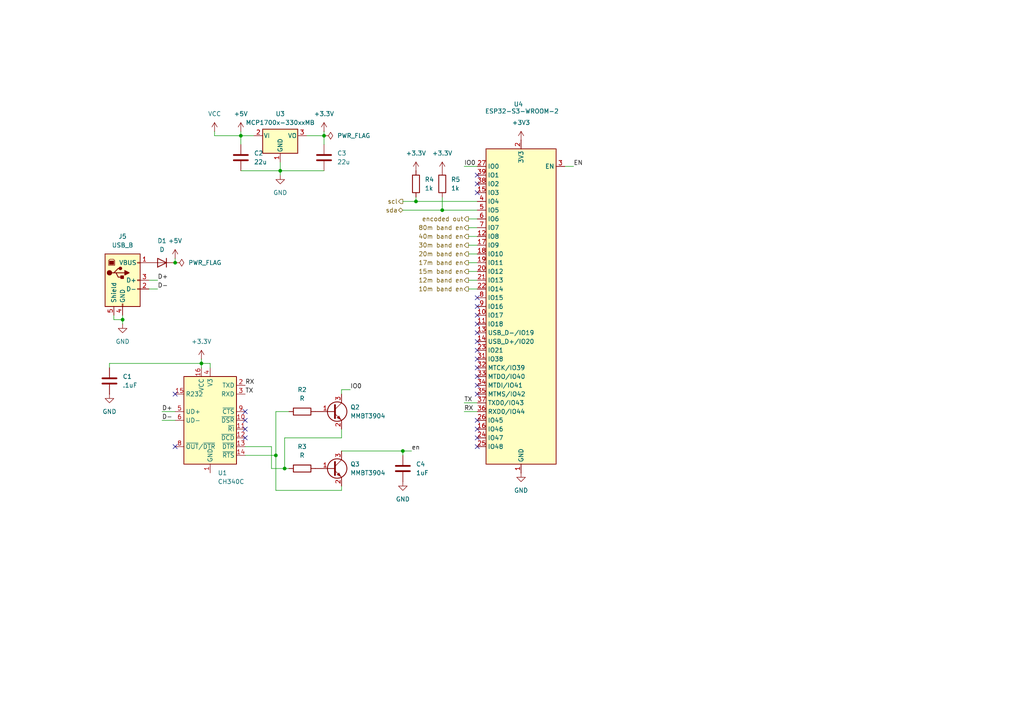
<source format=kicad_sch>
(kicad_sch (version 20231120) (generator "eeschema") (generator_version "8.0")
  (paper "A4")
  (lib_symbols
    (symbol "Connector:USB_B" (pin_names (offset 1.016))
      (property "Reference" "J" (at -5.08 11.43 0))
      (property "Value" "USB_B" (at -5.08 8.89 0))
      (symbol "USB_B_0_1"
        (rectangle (start -5.08 -7.62) (end 5.08 7.62) (stroke (width 0.254)) (fill (type background)))
        (circle (center -3.81 2.159) (radius 0.635) (stroke (width 0.254)) (fill (type outline)))
        (rectangle (start -3.81 5.588) (end -2.54 4.572) (fill (type outline)))
        (circle (center -0.635 3.429) (radius 0.381) (stroke (width 0.254)) (fill (type outline)))
        (rectangle (start -0.127 -7.62) (end 0.127 -6.858))
        (polyline (pts (xy -1.905 2.159) (xy 0.635 2.159)) (stroke (width 0.254)))
        (polyline (pts (xy -3.175 2.159) (xy -2.54 2.159) (xy -1.27 3.429) (xy -0.635 3.429)) (stroke (width 0.254)))
        (polyline (pts (xy -2.54 2.159) (xy -1.905 2.159) (xy -1.27 0.889) (xy 0 0.889)) (stroke (width 0.254)))
        (polyline (pts (xy 0.635 2.794) (xy 0.635 1.524) (xy 1.905 2.159) (xy 0.635 2.794)) (stroke (width 0.254)) (fill (type outline)))
        (polyline (pts (xy -4.064 4.318) (xy -2.286 4.318) (xy -2.286 5.715) (xy -2.667 6.096) (xy -3.683 6.096) (xy -4.064 5.715) (xy -4.064 4.318)))
        (rectangle (start 0.254 1.27) (end -0.508 0.508) (stroke (width 0.254)) (fill (type outline)))
        (rectangle (start 5.08 -2.667) (end 4.318 -2.413))
        (rectangle (start 5.08 -0.127) (end 4.318 0.127))
        (rectangle (start 5.08 4.953) (end 4.318 5.207))
      )
      (symbol "USB_B_1_1"
        (pin power_out line (at 7.62 5.08 180) (length 2.54) (name "VBUS") (number "1"))
        (pin bidirectional line (at 7.62 -2.54 180) (length 2.54) (name "D-") (number "2"))
        (pin bidirectional line (at 7.62 0 180) (length 2.54) (name "D+") (number "3"))
        (pin power_out line (at 0 -10.16 90) (length 2.54) (name "GND") (number "4"))
        (pin passive line (at -2.54 -10.16 90) (length 2.54) (name "Shield") (number "5"))
      )
    )
    (symbol "Device:C" (pin_numbers hide) (pin_names (offset 0.254))
      (property "Reference" "C" (at 0.635 2.54 0))
      (property "Value" "C" (at 0.635 -2.54 0))
      (symbol "C_0_1"
        (polyline (pts (xy -2.032 -0.762) (xy 2.032 -0.762)) (stroke (width 0.508)))
        (polyline (pts (xy -2.032 0.762) (xy 2.032 0.762)) (stroke (width 0.508)))
      )
      (symbol "C_1_1"
        (pin passive line (at 0 3.81 270) (length 2.794) (name "~") (number "1"))
        (pin passive line (at 0 -3.81 90) (length 2.794) (name "~") (number "2"))
      )
    )
    (symbol "Device:D" (pin_numbers hide) (pin_names (offset 1.016) hide)
      (property "Reference" "D" (at 0 2.54 0))
      (property "Value" "D" (at 0 -2.54 0))
      (symbol "D_0_1"
        (polyline (pts (xy -1.27 1.27) (xy -1.27 -1.27)) (stroke (width 0.254)))
        (polyline (pts (xy 1.27 0) (xy -1.27 0)))
        (polyline (pts (xy 1.27 1.27) (xy 1.27 -1.27) (xy -1.27 0) (xy 1.27 1.27)) (stroke (width 0.254)))
      )
      (symbol "D_1_1"
        (pin passive line (at -3.81 0 0) (length 2.54) (name "K") (number "1"))
        (pin passive line (at 3.81 0 180) (length 2.54) (name "A") (number "2"))
      )
    )
    (symbol "Device:R" (pin_numbers hide) (pin_names (offset 0))
      (property "Reference" "R" (at 2.032 0 90))
      (property "Value" "R" (at 0 0 90))
      (symbol "R_0_1"
        (rectangle (start -1.016 -2.54) (end 1.016 2.54) (stroke (width 0.254)))
      )
      (symbol "R_1_1"
        (pin passive line (at 0 3.81 270) (length 1.27) (name "~") (number "1"))
        (pin passive line (at 0 -3.81 90) (length 1.27) (name "~") (number "2"))
      )
    )
    (symbol "Interface_USB:CH340C"
      (property "Reference" "U" (at -5.08 13.97 0))
      (property "Value" "CH340C" (at 1.27 13.97 0))
      (symbol "CH340C_0_1"
        (rectangle (start -7.62 12.7) (end 7.62 -12.7) (stroke (width 0.254)) (fill (type background)))
      )
      (symbol "CH340C_1_1"
        (pin power_in line (at 0 -15.24 90) (length 2.54) (name "GND") (number "1"))
        (pin input line (at 10.16 0 180) (length 2.54) (name "~{DSR}") (number "10"))
        (pin input line (at 10.16 -2.54 180) (length 2.54) (name "~{RI}") (number "11"))
        (pin input line (at 10.16 -5.08 180) (length 2.54) (name "~{DCD}") (number "12"))
        (pin output line (at 10.16 -7.62 180) (length 2.54) (name "~{DTR}") (number "13"))
        (pin output line (at 10.16 -10.16 180) (length 2.54) (name "~{RTS}") (number "14"))
        (pin input line (at -10.16 7.62 0) (length 2.54) (name "R232") (number "15"))
        (pin power_in line (at -2.54 15.24 270) (length 2.54) (name "VCC") (number "16"))
        (pin output line (at 10.16 10.16 180) (length 2.54) (name "TXD") (number "2"))
        (pin input line (at 10.16 7.62 180) (length 2.54) (name "RXD") (number "3"))
        (pin power_out line (at 0 15.24 270) (length 2.54) (name "V3") (number "4"))
        (pin bidirectional line (at -10.16 2.54 0) (length 2.54) (name "UD+") (number "5"))
        (pin bidirectional line (at -10.16 0 0) (length 2.54) (name "UD-") (number "6"))
        (pin no_connect line (at -7.62 -5.08 0) (length 2.54) hide (name "NC") (number "7"))
        (pin output line (at -10.16 -7.62 0) (length 2.54) (name "~{OUT}/~{DTR}") (number "8"))
        (pin input line (at 10.16 2.54 180) (length 2.54) (name "~{CTS}") (number "9"))
      )
    )
    (symbol "RF_Module:ESP32-S3-WROOM-2"
      (property "Reference" "U" (at -10.16 45.72 0))
      (property "Value" "ESP32-S3-WROOM-2" (at 2.54 45.72 0))
      (symbol "ESP32-S3-WROOM-2_0_1"
        (rectangle (start -10.16 45.72) (end 10.16 -45.72) (stroke (width 0.254)) (fill (type background)))
      )
      (symbol "ESP32-S3-WROOM-2_1_1"
        (pin power_in line (at 0 -48.26 90) (length 2.54) (name "GND") (number "1"))
        (pin bidirectional line (at 12.7 -2.54 180) (length 2.54) (name "IO17") (number "10"))
        (pin bidirectional line (at 12.7 -5.08 180) (length 2.54) (name "IO18") (number "11"))
        (pin bidirectional line (at 12.7 20.32 180) (length 2.54) (name "IO8") (number "12"))
        (pin bidirectional line (at 12.7 -7.62 180) (length 2.54) (name "USB_D-/IO19") (number "13"))
        (pin bidirectional line (at 12.7 -10.16 180) (length 2.54) (name "USB_D+/IO20") (number "14"))
        (pin bidirectional line (at 12.7 33.02 180) (length 2.54) (name "IO3") (number "15"))
        (pin bidirectional line (at 12.7 -35.56 180) (length 2.54) (name "IO46") (number "16"))
        (pin bidirectional line (at 12.7 17.78 180) (length 2.54) (name "IO9") (number "17"))
        (pin bidirectional line (at 12.7 15.24 180) (length 2.54) (name "IO10") (number "18"))
        (pin bidirectional line (at 12.7 12.7 180) (length 2.54) (name "IO11") (number "19"))
        (pin power_in line (at 0 48.26 270) (length 2.54) (name "3V3") (number "2"))
        (pin bidirectional line (at 12.7 10.16 180) (length 2.54) (name "IO12") (number "20"))
        (pin bidirectional line (at 12.7 7.62 180) (length 2.54) (name "IO13") (number "21"))
        (pin bidirectional line (at 12.7 5.08 180) (length 2.54) (name "IO14") (number "22"))
        (pin bidirectional line (at 12.7 -12.7 180) (length 2.54) (name "IO21") (number "23"))
        (pin bidirectional line (at 12.7 -38.1 180) (length 2.54) (name "IO47") (number "24"))
        (pin bidirectional line (at 12.7 -40.64 180) (length 2.54) (name "IO48") (number "25"))
        (pin bidirectional line (at 12.7 -33.02 180) (length 2.54) (name "IO45") (number "26"))
        (pin bidirectional line (at 12.7 40.64 180) (length 2.54) (name "IO0") (number "27"))
        (pin no_connect line (at -10.16 -35.56 0) (length 2.54) hide (name "NC") (number "28"))
        (pin no_connect line (at -10.16 -38.1 0) (length 2.54) hide (name "NC") (number "29"))
        (pin input line (at -12.7 40.64 0) (length 2.54) (name "EN") (number "3"))
        (pin no_connect line (at -10.16 -40.64 0) (length 2.54) hide (name "NC") (number "30"))
        (pin bidirectional line (at 12.7 -15.24 180) (length 2.54) (name "IO38") (number "31"))
        (pin bidirectional line (at 12.7 -17.78 180) (length 2.54) (name "MTCK/IO39") (number "32"))
        (pin bidirectional line (at 12.7 -20.32 180) (length 2.54) (name "MTDO/IO40") (number "33"))
        (pin bidirectional line (at 12.7 -22.86 180) (length 2.54) (name "MTDI/IO41") (number "34"))
        (pin bidirectional line (at 12.7 -25.4 180) (length 2.54) (name "MTMS/IO42") (number "35"))
        (pin bidirectional line (at 12.7 -30.48 180) (length 2.54) (name "RXD0/IO44") (number "36"))
        (pin bidirectional line (at 12.7 -27.94 180) (length 2.54) (name "TXD0/IO43") (number "37"))
        (pin bidirectional line (at 12.7 35.56 180) (length 2.54) (name "IO2") (number "38"))
        (pin bidirectional line (at 12.7 38.1 180) (length 2.54) (name "IO1") (number "39"))
        (pin bidirectional line (at 12.7 30.48 180) (length 2.54) (name "IO4") (number "4"))
        (pin passive line (at 0 -48.26 90) (length 2.54) hide (name "GND") (number "40"))
        (pin passive line (at 0 -48.26 90) (length 2.54) hide (name "GND") (number "41"))
        (pin bidirectional line (at 12.7 27.94 180) (length 2.54) (name "IO5") (number "5"))
        (pin bidirectional line (at 12.7 25.4 180) (length 2.54) (name "IO6") (number "6"))
        (pin bidirectional line (at 12.7 22.86 180) (length 2.54) (name "IO7") (number "7"))
        (pin bidirectional line (at 12.7 2.54 180) (length 2.54) (name "IO15") (number "8"))
        (pin bidirectional line (at 12.7 0 180) (length 2.54) (name "IO16") (number "9"))
      )
    )
    (symbol "Regulator_Linear:MCP1700x-330xxMB" (pin_names (offset 0.254))
      (property "Reference" "U" (at -3.81 3.175 0))
      (property "Value" "MCP1700x-330xxMB" (at 0 3.175 0))
      (symbol "MCP1700x-330xxMB_0_1"
        (rectangle (start -5.08 -5.08) (end 5.08 1.905) (stroke (width 0.254)) (fill (type background)))
      )
      (symbol "MCP1700x-330xxMB_1_1"
        (pin power_in line (at 0 -7.62 90) (length 2.54) (name "GND") (number "1"))
        (pin power_in line (at -7.62 0 0) (length 2.54) (name "VI") (number "2"))
        (pin power_out line (at 7.62 0 180) (length 2.54) (name "VO") (number "3"))
      )
    )
    (symbol "Transistor_BJT:MMBT3904" (pin_names (offset 0) hide)
      (property "Reference" "Q" (at 5.08 1.905 0))
      (property "Value" "MMBT3904" (at 5.08 0 0))
      (symbol "MMBT3904_0_1"
        (polyline (pts (xy 0.635 0.635) (xy 2.54 2.54)))
        (polyline (pts (xy 0.635 -0.635) (xy 2.54 -2.54) (xy 2.54 -2.54)))
        (polyline (pts (xy 0.635 1.905) (xy 0.635 -1.905) (xy 0.635 -1.905)) (stroke (width 0.508)))
        (polyline (pts (xy 1.27 -1.778) (xy 1.778 -1.27) (xy 2.286 -2.286) (xy 1.27 -1.778) (xy 1.27 -1.778)) (fill (type outline)))
        (circle (center 1.27 0) (radius 2.8194) (stroke (width 0.254)))
      )
      (symbol "MMBT3904_1_1"
        (pin input line (at -5.08 0 0) (length 5.715) (name "B") (number "1"))
        (pin passive line (at 2.54 -5.08 90) (length 2.54) (name "E") (number "2"))
        (pin passive line (at 2.54 5.08 270) (length 2.54) (name "C") (number "3"))
      )
    )
    (symbol "power:+3.3V" (power) (pin_numbers hide) (pin_names (offset 0) hide)
      (property "Value" "+3.3V" (at 0 3.556 0))
      (symbol "+3.3V_0_1"
        (polyline (pts (xy -0.762 1.27) (xy 0 2.54)))
        (polyline (pts (xy 0 0) (xy 0 2.54)))
        (polyline (pts (xy 0 2.54) (xy 0.762 1.27)))
      )
      (symbol "+3.3V_1_1"
        (pin power_in line (at 0 0 90) (length 0) (name "~") (number "1"))
      )
    )
    (symbol "power:+3V3" (power) (pin_numbers hide) (pin_names (offset 0) hide)
      (property "Value" "+3V3" (at 0 3.556 0))
      (symbol "+3V3_0_1"
        (polyline (pts (xy -0.762 1.27) (xy 0 2.54)))
        (polyline (pts (xy 0 0) (xy 0 2.54)))
        (polyline (pts (xy 0 2.54) (xy 0.762 1.27)))
      )
      (symbol "+3V3_1_1"
        (pin power_in line (at 0 0 90) (length 0) (name "~") (number "1"))
      )
    )
    (symbol "power:+5V" (power) (pin_numbers hide) (pin_names (offset 0) hide)
      (property "Value" "+5V" (at 0 3.556 0))
      (symbol "+5V_0_1"
        (polyline (pts (xy -0.762 1.27) (xy 0 2.54)))
        (polyline (pts (xy 0 0) (xy 0 2.54)))
        (polyline (pts (xy 0 2.54) (xy 0.762 1.27)))
      )
      (symbol "+5V_1_1"
        (pin power_in line (at 0 0 90) (length 0) (name "~") (number "1"))
      )
    )
    (symbol "power:GND" (power) (pin_numbers hide) (pin_names (offset 0) hide)
      (property "Value" "GND" (at 0 -3.81 0))
      (symbol "GND_0_1"
        (polyline (pts (xy 0 0) (xy 0 -1.27) (xy 1.27 -1.27) (xy 0 -2.54) (xy -1.27 -1.27) (xy 0 -1.27)))
      )
      (symbol "GND_1_1"
        (pin power_in line (at 0 0 270) (length 0) (name "~") (number "1"))
      )
    )
    (symbol "power:PWR_FLAG" (power) (pin_numbers hide) (pin_names (offset 0) hide)
      (property "Value" "PWR_FLAG" (at 0 3.81 0))
      (symbol "PWR_FLAG_0_0"
        (pin power_out line (at 0 0 90) (length 0) (name "~") (number "1"))
      )
      (symbol "PWR_FLAG_0_1"
        (polyline (pts (xy 0 0) (xy 0 1.27) (xy -1.016 1.905) (xy 0 2.54) (xy 1.016 1.905) (xy 0 1.27)))
      )
    )
    (symbol "power:VCC" (power) (pin_numbers hide) (pin_names (offset 0) hide)
      (property "Value" "VCC" (at 0 3.556 0))
      (symbol "VCC_0_1"
        (polyline (pts (xy -0.762 1.27) (xy 0 2.54)))
        (polyline (pts (xy 0 0) (xy 0 2.54)))
        (polyline (pts (xy 0 2.54) (xy 0.762 1.27)))
      )
      (symbol "VCC_1_1"
        (pin power_in line (at 0 0 90) (length 0) (name "~") (number "1"))
      )
    )
  )
  (junction (at 116.84 130.81))
  (junction (at 128.27 60.96))
  (junction (at 82.55 135.89))
  (junction (at 93.98 39.37))
  (junction (at 69.85 39.37))
  (junction (at 35.56 92.71))
  (junction (at 50.8 76.2))
  (junction (at 58.42 105.41))
  (junction (at 80.01 132.08))
  (junction (at 81.28 49.53))
  (junction (at 120.65 58.42))
  (no_connect (at 71.12 124.46))
  (no_connect (at 138.43 127))
  (no_connect (at 138.43 50.8))
  (no_connect (at 71.12 119.38))
  (no_connect (at 138.43 111.76))
  (no_connect (at 138.43 106.68))
  (no_connect (at 138.43 104.14))
  (no_connect (at 138.43 93.98))
  (no_connect (at 138.43 55.88))
  (no_connect (at 138.43 88.9))
  (no_connect (at 138.43 91.44))
  (no_connect (at 138.43 121.92))
  (no_connect (at 138.43 124.46))
  (no_connect (at 138.43 96.52))
  (no_connect (at 50.8 114.3))
  (no_connect (at 138.43 109.22))
  (no_connect (at 71.12 127))
  (no_connect (at 138.43 129.54))
  (no_connect (at 138.43 86.36))
  (no_connect (at 138.43 101.6))
  (no_connect (at 50.8 129.54))
  (no_connect (at 138.43 114.3))
  (no_connect (at 138.43 53.34))
  (no_connect (at 71.12 121.92))
  (no_connect (at 138.43 99.06))
  (wire (pts (xy 120.65 58.42) (xy 138.43 58.42)))
  (wire (pts (xy 69.85 38.1) (xy 69.85 39.37)))
  (wire (pts (xy 116.84 130.81) (xy 116.84 132.08)))
  (wire (pts (xy 134.62 119.38) (xy 138.43 119.38)))
  (wire (pts (xy 135.89 81.28) (xy 138.43 81.28)))
  (wire (pts (xy 62.23 38.1) (xy 62.23 39.37)))
  (wire (pts (xy 128.27 57.15) (xy 128.27 60.96)))
  (wire (pts (xy 43.18 83.82) (xy 45.72 83.82)))
  (wire (pts (xy 82.55 135.89) (xy 82.55 127)))
  (wire (pts (xy 50.8 74.93) (xy 50.8 76.2)))
  (wire (pts (xy 69.85 39.37) (xy 69.85 41.91)))
  (wire (pts (xy 135.89 71.12) (xy 138.43 71.12)))
  (wire (pts (xy 81.28 46.99) (xy 81.28 49.53)))
  (wire (pts (xy 33.02 92.71) (xy 33.02 91.44)))
  (wire (pts (xy 62.23 39.37) (xy 69.85 39.37)))
  (wire (pts (xy 135.89 73.66) (xy 138.43 73.66)))
  (wire (pts (xy 116.84 60.96) (xy 128.27 60.96)))
  (wire (pts (xy 46.99 119.38) (xy 50.8 119.38)))
  (wire (pts (xy 82.55 127) (xy 99.06 127)))
  (wire (pts (xy 120.65 57.15) (xy 120.65 58.42)))
  (wire (pts (xy 135.89 78.74) (xy 138.43 78.74)))
  (wire (pts (xy 60.96 105.41) (xy 60.96 106.68)))
  (wire (pts (xy 81.28 49.53) (xy 93.98 49.53)))
  (wire (pts (xy 163.83 48.26) (xy 166.37 48.26)))
  (wire (pts (xy 93.98 39.37) (xy 93.98 41.91)))
  (wire (pts (xy 71.12 129.54) (xy 78.74 129.54)))
  (wire (pts (xy 99.06 113.03) (xy 101.6 113.03)))
  (wire (pts (xy 135.89 66.04) (xy 138.43 66.04)))
  (wire (pts (xy 80.01 119.38) (xy 83.82 119.38)))
  (wire (pts (xy 78.74 135.89) (xy 82.55 135.89)))
  (wire (pts (xy 134.62 48.26) (xy 138.43 48.26)))
  (wire (pts (xy 135.89 83.82) (xy 138.43 83.82)))
  (wire (pts (xy 71.12 132.08) (xy 80.01 132.08)))
  (wire (pts (xy 128.27 60.96) (xy 138.43 60.96)))
  (wire (pts (xy 43.18 81.28) (xy 45.72 81.28)))
  (wire (pts (xy 35.56 92.71) (xy 35.56 93.98)))
  (wire (pts (xy 99.06 114.3) (xy 99.06 113.03)))
  (wire (pts (xy 31.75 105.41) (xy 31.75 106.68)))
  (wire (pts (xy 80.01 132.08) (xy 80.01 119.38)))
  (wire (pts (xy 99.06 130.81) (xy 116.84 130.81)))
  (wire (pts (xy 58.42 105.41) (xy 60.96 105.41)))
  (wire (pts (xy 35.56 91.44) (xy 35.56 92.71)))
  (wire (pts (xy 82.55 135.89) (xy 83.82 135.89)))
  (wire (pts (xy 135.89 68.58) (xy 138.43 68.58)))
  (wire (pts (xy 58.42 105.41) (xy 31.75 105.41)))
  (wire (pts (xy 135.89 76.2) (xy 138.43 76.2)))
  (wire (pts (xy 46.99 121.92) (xy 50.8 121.92)))
  (wire (pts (xy 116.84 130.81) (xy 119.38 130.81)))
  (wire (pts (xy 116.84 58.42) (xy 120.65 58.42)))
  (wire (pts (xy 58.42 105.41) (xy 58.42 106.68)))
  (wire (pts (xy 69.85 49.53) (xy 81.28 49.53)))
  (wire (pts (xy 80.01 142.24) (xy 99.06 142.24)))
  (wire (pts (xy 35.56 92.71) (xy 33.02 92.71)))
  (wire (pts (xy 99.06 127) (xy 99.06 124.46)))
  (wire (pts (xy 134.62 116.84) (xy 138.43 116.84)))
  (wire (pts (xy 93.98 39.37) (xy 93.98 38.1)))
  (wire (pts (xy 58.42 104.14) (xy 58.42 105.41)))
  (wire (pts (xy 81.28 49.53) (xy 81.28 50.8)))
  (wire (pts (xy 80.01 132.08) (xy 80.01 142.24)))
  (wire (pts (xy 88.9 39.37) (xy 93.98 39.37)))
  (wire (pts (xy 99.06 142.24) (xy 99.06 140.97)))
  (wire (pts (xy 135.89 63.5) (xy 138.43 63.5)))
  (wire (pts (xy 78.74 129.54) (xy 78.74 135.89)))
  (wire (pts (xy 69.85 39.37) (xy 73.66 39.37)))
  (label "D+" (at 45.72 81.28 0))
  (label "D-" (at 45.72 83.82 0))
  (label "IO0" (at 101.6 113.03 0))
  (label "RX" (at 71.12 111.76 0))
  (label "en" (at 119.38 130.81 0))
  (label "RX" (at 134.62 119.38 0))
  (label "D-" (at 46.99 121.92 0))
  (label "D+" (at 46.99 119.38 0))
  (label "EN" (at 166.37 48.26 0))
  (label "TX" (at 134.62 116.84 0))
  (label "IO0" (at 134.62 48.26 0))
  (label "TX" (at 71.12 114.3 0))
  (hierarchical_label "10m band en" (shape output) (at 135.89 83.82 180))
  (hierarchical_label "17m band en" (shape output) (at 135.89 76.2 180))
  (hierarchical_label "20m band en" (shape output) (at 135.89 73.66 180))
  (hierarchical_label "15m band en" (shape output) (at 135.89 78.74 180))
  (hierarchical_label "80m band en" (shape output) (at 135.89 66.04 180))
  (hierarchical_label "30m band en" (shape output) (at 135.89 71.12 180))
  (hierarchical_label "40m band en" (shape output) (at 135.89 68.58 180))
  (hierarchical_label "12m band en" (shape output) (at 135.89 81.28 180))
  (hierarchical_label "encoded out" (shape output) (at 135.89 63.5 180))
  (hierarchical_label "sda" (shape bidirectional) (at 116.84 60.96 180))
  (hierarchical_label "scl" (shape output) (at 116.84 58.42 180))
  (symbol (lib_id "power:+5V") (at 69.85 38.1 0) (unit 1)
    (property "Reference" "#PWR012" (effects (hide yes)))
    (property "Value" "+5V" (at 69.85 33.02 0))
    (property "Description" "Power symbol creates a global label with name \"+5V\"" (effects (hide yes)))
  )
  (symbol (lib_id "power:GND") (at 81.28 50.8 0) (unit 1)
    (property "Reference" "#PWR013" (effects (hide yes)))
    (property "Value" "GND" (at 81.28 55.88 0))
    (property "Description" "Power symbol creates a global label with name \"GND\" , ground" (effects (hide yes)))
  )
  (symbol (lib_id "power:+5V") (at 50.8 74.93 0) (unit 1)
    (property "Reference" "#PWR011" (effects (hide yes)))
    (property "Value" "+5V" (at 50.8 69.85 0))
    (property "Description" "Power symbol creates a global label with name \"+5V\"" (effects (hide yes)))
  )
  (symbol (lib_id "power:+3.3V") (at 93.98 38.1 0) (unit 1)
    (property "Reference" "#PWR014" (effects (hide yes)))
    (property "Value" "+3.3V" (at 93.98 33.02 0))
    (property "Description" "Power symbol creates a global label with name \"+3.3V\"" (effects (hide yes)))
  )
  (symbol (lib_id "power:GND") (at 31.75 114.3 0) (unit 1)
    (property "Reference" "#PWR010" (effects (hide yes)))
    (property "Value" "GND" (at 31.75 119.38 0))
    (property "Description" "Power symbol creates a global label with name \"GND\" , ground" (effects (hide yes)))
  )
  (symbol (lib_id "RF_Module:ESP32-S3-WROOM-2") (at 151.13 88.9 0) (mirror y) (unit 1)
    (property "Reference" "U4" (at 150.368 30.226 0))
    (property "Value" "ESP32-S3-WROOM-2" (at 151.384 32.258 0))
    (property "Footprint" "RF_Module:ESP32-S3-WROOM-2" (effects (hide yes)))
    (property "Datasheet" "https://www.espressif.com/sites/default/files/documentation/esp32-s3-wroom-2_datasheet_en.pdf" (effects (hide yes)))
    (property "Description" "RF Module, 2.4 GHz, Wi­-Fi, Bluetooth, BLE, ESP32­-S3R8V" (effects (hide yes)))
  )
  (symbol (lib_id "Device:D") (at 46.99 76.2 180) (unit 1)
    (property "Reference" "D1" (at 46.99 69.85 0))
    (property "Value" "D" (at 46.99 72.39 0))
    (property "Footprint" "Diode_SMD:D_1206_3216Metric" (effects (hide yes)))
    (property "Description" "Diode" (effects (hide yes)))
    (property "Sim.Device" "D" (effects (hide yes)))
    (property "Sim.Pins" "1=K 2=A" (effects (hide yes)))
  )
  (symbol (lib_id "power:GND") (at 151.13 137.16 0) (unit 1)
    (property "Reference" "#PWR016" (effects (hide yes)))
    (property "Value" "GND" (at 151.13 142.24 0))
    (property "Description" "Power symbol creates a global label with name \"GND\" , ground" (effects (hide yes)))
  )
  (symbol (lib_id "Regulator_Linear:MCP1700x-330xxMB") (at 81.28 39.37 0) (unit 1)
    (property "Reference" "U3" (at 81.28 33.02 0))
    (property "Value" "MCP1700x-330xxMB" (at 81.28 35.56 0))
    (property "Footprint" "Package_TO_SOT_SMD:SOT-89-3" (effects (hide yes)))
    (property "Datasheet" "http://ww1.microchip.com/downloads/en/DeviceDoc/20001826D.pdf" (effects (hide yes)))
    (property "Description" "250mA Low Quiscent Current LDO, 3.3V output, SOT-89" (effects (hide yes)))
  )
  (symbol (lib_id "power:+3V3") (at 151.13 40.64 0) (unit 1)
    (property "Reference" "#PWR015" (effects (hide yes)))
    (property "Value" "+3V3" (at 151.13 35.56 0))
    (property "Description" "Power symbol creates a global label with name \"+3V3\"" (effects (hide yes)))
  )
  (symbol (lib_id "Device:R") (at 87.63 135.89 90) (unit 1)
    (property "Reference" "R3" (at 87.63 129.54 90))
    (property "Value" "R" (at 87.63 132.08 90))
    (property "Footprint" "Resistor_SMD:R_1206_3216Metric" (effects (hide yes)))
    (property "Description" "Resistor" (effects (hide yes)))
  )
  (symbol (lib_id "Device:C") (at 31.75 110.49 0) (unit 1)
    (property "Reference" "C1" (at 35.56 109.2199 0) (effects (justify left)))
    (property "Value" ".1uF" (at 35.56 111.7599 0) (effects (justify left)))
    (property "Footprint" "Capacitor_SMD:C_1206_3216Metric" (effects (hide yes)))
    (property "Description" "Unpolarized capacitor" (effects (hide yes)))
  )
  (symbol (lib_id "Transistor_BJT:MMBT3904") (at 96.52 119.38 0) (unit 1)
    (property "Reference" "Q2" (at 101.6 118.1099 0) (effects (justify left)))
    (property "Value" "MMBT3904" (at 101.6 120.6499 0) (effects (justify left)))
    (property "Footprint" "Package_TO_SOT_SMD:SOT-23" (effects (hide yes)))
    (property "Datasheet" "https://www.onsemi.com/pdf/datasheet/pzt3904-d.pdf" (effects (hide yes)))
    (property "Description" "0.2A Ic, 40V Vce, Small Signal NPN Transistor, SOT-23" (effects (hide yes)))
  )
  (symbol (lib_id "Device:C") (at 116.84 135.89 0) (unit 1)
    (property "Reference" "C4" (at 120.65 134.6199 0) (effects (justify left)))
    (property "Value" "1uF" (at 120.65 137.1599 0) (effects (justify left)))
    (property "Footprint" "Capacitor_SMD:C_1206_3216Metric" (effects (hide yes)))
    (property "Description" "Unpolarized capacitor" (effects (hide yes)))
  )
  (symbol (lib_id "Transistor_BJT:MMBT3904") (at 96.52 135.89 0) (unit 1)
    (property "Reference" "Q3" (at 101.6 134.6199 0) (effects (justify left)))
    (property "Value" "MMBT3904" (at 101.6 137.1599 0) (effects (justify left)))
    (property "Footprint" "Package_TO_SOT_SMD:SOT-23" (effects (hide yes)))
    (property "Datasheet" "https://www.onsemi.com/pdf/datasheet/pzt3904-d.pdf" (effects (hide yes)))
    (property "Description" "0.2A Ic, 40V Vce, Small Signal NPN Transistor, SOT-23" (effects (hide yes)))
  )
  (symbol (lib_id "Device:C") (at 69.85 45.72 0) (unit 1)
    (property "Reference" "C2" (at 73.66 44.4499 0) (effects (justify left)))
    (property "Value" "22u" (at 73.66 46.9899 0) (effects (justify left)))
    (property "Footprint" "Capacitor_SMD:C_1206_3216Metric" (effects (hide yes)))
    (property "Description" "Unpolarized capacitor" (effects (hide yes)))
  )
  (symbol (lib_id "Device:R") (at 128.27 53.34 0) (unit 1)
    (property "Reference" "R5" (at 130.81 52.0699 0) (effects (justify left)))
    (property "Value" "1k" (at 130.81 54.6099 0) (effects (justify left)))
    (property "Footprint" "Resistor_SMD:R_1206_3216Metric" (effects (hide yes)))
    (property "Description" "Resistor" (effects (hide yes)))
  )
  (symbol (lib_id "Device:R") (at 120.65 53.34 0) (unit 1)
    (property "Reference" "R4" (at 123.19 52.0699 0) (effects (justify left)))
    (property "Value" "1k" (at 123.19 54.6099 0) (effects (justify left)))
    (property "Footprint" "Resistor_SMD:R_1206_3216Metric" (effects (hide yes)))
    (property "Description" "Resistor" (effects (hide yes)))
  )
  (symbol (lib_id "power:VCC") (at 62.23 38.1 0) (unit 1)
    (property "Reference" "#PWR018" (effects (hide yes)))
    (property "Value" "VCC" (at 62.23 33.02 0))
    (property "Description" "Power symbol creates a global label with name \"VCC\"" (effects (hide yes)))
  )
  (symbol (lib_id "power:PWR_FLAG") (at 93.98 39.37 270) (unit 1)
    (property "Reference" "#FLG04" (effects (hide yes)))
    (property "Value" "PWR_FLAG" (at 97.79 39.3699 90) (effects (justify left)))
    (property "Description" "Special symbol for telling ERC where power comes from" (effects (hide yes)))
  )
  (symbol (lib_id "Device:R") (at 87.63 119.38 90) (unit 1)
    (property "Reference" "R2" (at 87.63 113.03 90))
    (property "Value" "R" (at 87.63 115.57 90))
    (property "Footprint" "Resistor_SMD:R_1206_3216Metric" (effects (hide yes)))
    (property "Description" "Resistor" (effects (hide yes)))
  )
  (symbol (lib_id "power:+3.3V") (at 58.42 104.14 0) (unit 1)
    (property "Reference" "#PWR09" (effects (hide yes)))
    (property "Value" "+3.3V" (at 58.42 99.06 0))
    (property "Description" "Power symbol creates a global label with name \"+3.3V\"" (effects (hide yes)))
  )
  (symbol (lib_id "power:GND") (at 35.56 93.98 0) (unit 1)
    (property "Reference" "#PWR08" (effects (hide yes)))
    (property "Value" "GND" (at 35.56 99.06 0))
    (property "Description" "Power symbol creates a global label with name \"GND\" , ground" (effects (hide yes)))
  )
  (symbol (lib_id "power:+3.3V") (at 128.27 49.53 0) (unit 1)
    (property "Reference" "#PWR024" (effects (hide yes)))
    (property "Value" "+3.3V" (at 128.27 44.45 0))
    (property "Description" "Power symbol creates a global label with name \"+3.3V\"" (effects (hide yes)))
  )
  (symbol (lib_id "power:GND") (at 116.84 139.7 0) (unit 1)
    (property "Reference" "#PWR017" (effects (hide yes)))
    (property "Value" "GND" (at 116.84 144.78 0))
    (property "Description" "Power symbol creates a global label with name \"GND\" , ground" (effects (hide yes)))
  )
  (symbol (lib_id "power:PWR_FLAG") (at 50.8 76.2 270) (unit 1)
    (property "Reference" "#FLG03" (effects (hide yes)))
    (property "Value" "PWR_FLAG" (at 54.61 76.1999 90) (effects (justify left)))
    (property "Description" "Special symbol for telling ERC where power comes from" (effects (hide yes)))
  )
  (symbol (lib_id "Interface_USB:CH340C") (at 60.96 121.92 0) (unit 1)
    (property "Reference" "U1" (at 63.1541 137.16 0) (effects (justify left)))
    (property "Value" "CH340C" (at 63.1541 139.7 0) (effects (justify left)))
    (property "Footprint" "Package_SO:SOIC-16_3.9x9.9mm_P1.27mm" (effects (hide yes)))
    (property "Datasheet" "https://datasheet.lcsc.com/szlcsc/Jiangsu-Qin-Heng-CH340C_C84681.pdf" (effects (hide yes)))
    (property "Description" "USB serial converter, UART, SOIC-16" (effects (hide yes)))
  )
  (symbol (lib_id "power:+3.3V") (at 120.65 49.53 0) (unit 1)
    (property "Reference" "#PWR023" (effects (hide yes)))
    (property "Value" "+3.3V" (at 120.65 44.45 0))
    (property "Description" "Power symbol creates a global label with name \"+3.3V\"" (effects (hide yes)))
  )
  (symbol (lib_id "Connector:USB_B") (at 35.56 81.28 0) (unit 1)
    (property "Reference" "J5" (at 35.56 68.58 0))
    (property "Value" "USB_B" (at 35.56 71.12 0))
    (property "Footprint" "Connector_USB:USB_B_Amphenol_MUSB-D511_Vertical_Rugged" (effects (hide yes)))
    (property "Datasheet" " ~" (effects (hide yes)))
    (property "Description" "USB Type B connector" (effects (hide yes)))
  )
  (symbol (lib_id "Device:C") (at 93.98 45.72 0) (unit 1)
    (property "Reference" "C3" (at 97.79 44.4499 0) (effects (justify left)))
    (property "Value" "22u" (at 97.79 46.9899 0) (effects (justify left)))
    (property "Footprint" "Capacitor_SMD:C_1206_3216Metric" (effects (hide yes)))
    (property "Description" "Unpolarized capacitor" (effects (hide yes)))
  )
)
</source>
